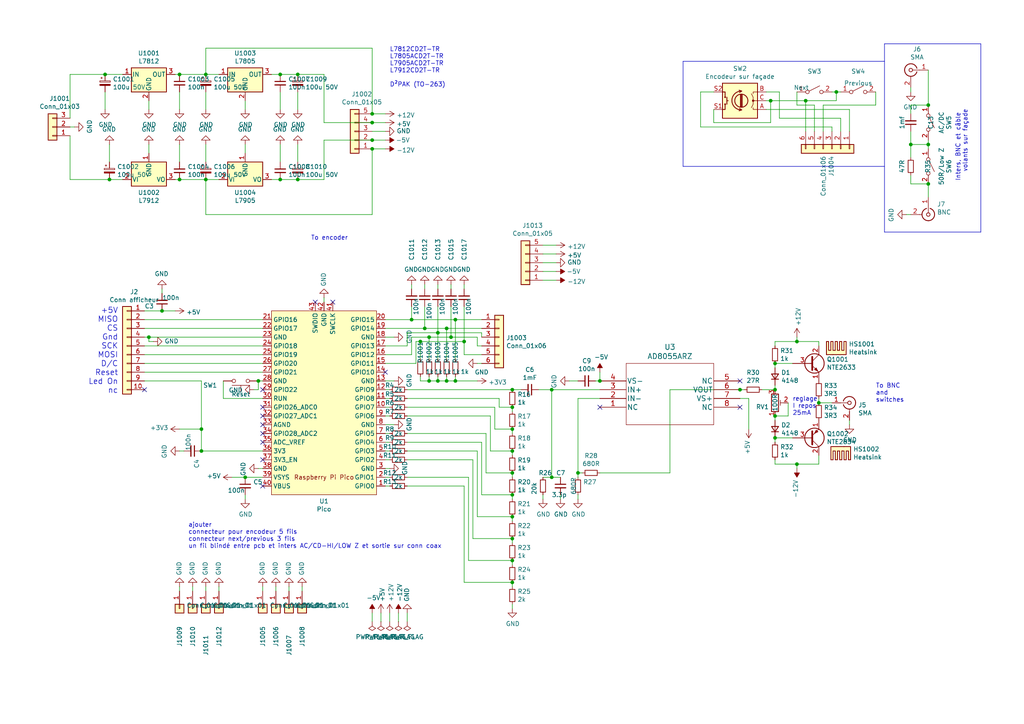
<source format=kicad_sch>
(kicad_sch (version 20230121) (generator eeschema)
  (paper "A4")
  (junction (at 107.95 35.56))
  (junction (at 130.81 97.79))
  (junction (at 52.07 21.59))
  (junction (at 81.28 52.07))
  (junction (at 59.69 52.07))
  (junction (at 52.07 52.07))
  (junction (at 134.62 99.06))
  (junction (at 81.28 21.59))
  (junction (at 214.63 113.03))
  (junction (at 231.14 134.62))
  (junction (at 224.79 120.65))
  (junction (at 237.49 116.84))
  (junction (at 31.75 52.07))
  (junction (at 148.59 113.03))
  (junction (at 74.93 110.49))
  (junction (at 86.36 21.59))
  (junction (at 148.59 156.21))
  (junction (at 224.79 113.03))
  (junction (at 123.19 95.25))
  (junction (at 148.59 143.51))
  (junction (at 58.42 130.81))
  (junction (at 119.38 92.71))
  (junction (at 107.95 33.02))
  (junction (at 269.24 30.48))
  (junction (at 160.02 113.03))
  (junction (at 107.95 40.64))
  (junction (at 124.46 97.79))
  (junction (at 167.64 137.16))
  (junction (at 242.57 26.67))
  (junction (at 224.79 105.41))
  (junction (at 148.59 137.16))
  (junction (at 148.59 162.56))
  (junction (at 127 110.49))
  (junction (at 107.95 43.18))
  (junction (at 148.59 124.46))
  (junction (at 148.59 118.11))
  (junction (at 127 96.52))
  (junction (at 231.14 99.06))
  (junction (at 160.02 138.43))
  (junction (at 129.54 110.49))
  (junction (at 129.54 95.25))
  (junction (at 132.08 110.49))
  (junction (at 124.46 110.49))
  (junction (at 223.52 29.21))
  (junction (at 58.42 124.46))
  (junction (at 132.08 92.71))
  (junction (at 30.48 21.59))
  (junction (at 148.59 168.91))
  (junction (at 148.59 130.81))
  (junction (at 173.99 110.49))
  (junction (at 59.69 21.59))
  (junction (at 86.36 52.07))
  (junction (at 264.16 41.91))
  (junction (at 43.18 97.79))
  (junction (at 121.92 99.06))
  (junction (at 46.99 90.17))
  (junction (at 269.24 41.91))
  (junction (at 71.12 138.43))
  (junction (at 233.68 29.21))
  (junction (at 148.59 149.86))
  (junction (at 269.24 53.34))
  (junction (at 224.79 127))
  (no_connect (at 76.2 140.97))
  (no_connect (at 214.63 118.11))
  (no_connect (at 76.2 125.73))
  (no_connect (at 76.2 113.03))
  (no_connect (at 76.2 118.11))
  (no_connect (at 214.63 110.49))
  (no_connect (at 76.2 128.27))
  (no_connect (at 173.99 118.11))
  (no_connect (at 91.44 87.63))
  (no_connect (at 41.91 113.03))
  (no_connect (at 111.76 107.95))
  (no_connect (at 76.2 133.35))
  (no_connect (at 96.52 87.63))
  (no_connect (at 76.2 123.19))
  (no_connect (at 76.2 120.65))
  (wire (pts (xy 111.76 102.87) (xy 119.38 102.87)))
  (wire (pts (xy 74.93 113.03) (xy 74.93 110.49)))
  (wire (pts (xy 111.76 92.71) (xy 119.38 92.71)))
  (wire (pts (xy 203.2 36.83) (xy 241.3 36.83)))
  (wire (pts (xy 118.11 115.57) (xy 144.78 115.57)))
  (wire (pts (xy 224.79 99.06) (xy 224.79 100.33)))
  (wire (pts (xy 111.76 123.19) (xy 114.3 123.19)))
  (wire (pts (xy 226.06 26.67) (xy 226.06 34.29)))
  (wire (pts (xy 139.7 143.51) (xy 148.59 143.51)))
  (wire (pts (xy 127 96.52) (xy 127 104.14)))
  (wire (pts (xy 93.98 52.07) (xy 93.98 40.64)))
  (wire (pts (xy 134.62 88.9) (xy 134.62 99.06)))
  (wire (pts (xy 132.08 92.71) (xy 139.7 92.71)))
  (wire (pts (xy 107.95 40.64) (xy 111.76 40.64)))
  (wire (pts (xy 172.72 110.49) (xy 173.99 110.49)))
  (wire (pts (xy 135.89 162.56) (xy 148.59 162.56)))
  (wire (pts (xy 167.64 115.57) (xy 167.64 137.16)))
  (wire (pts (xy 148.59 132.08) (xy 148.59 130.81)))
  (wire (pts (xy 138.43 110.49) (xy 132.08 110.49)))
  (wire (pts (xy 76.2 102.87) (xy 41.91 102.87)))
  (wire (pts (xy 83.82 170.18) (xy 83.82 171.45)))
  (wire (pts (xy 71.12 143.51) (xy 71.12 144.78)))
  (wire (pts (xy 264.16 38.1) (xy 264.16 41.91)))
  (wire (pts (xy 237.49 99.06) (xy 237.49 100.33)))
  (wire (pts (xy 110.49 177.8) (xy 110.49 180.34)))
  (wire (pts (xy 113.03 125.73) (xy 111.76 125.73)))
  (wire (pts (xy 76.2 130.81) (xy 58.42 130.81)))
  (wire (pts (xy 50.8 90.17) (xy 46.99 90.17)))
  (wire (pts (xy 264.16 30.48) (xy 264.16 33.02)))
  (wire (pts (xy 20.32 52.07) (xy 31.75 52.07)))
  (wire (pts (xy 148.59 157.48) (xy 148.59 156.21)))
  (wire (pts (xy 157.48 78.74) (xy 161.29 78.74)))
  (wire (pts (xy 43.18 99.06) (xy 43.18 97.79)))
  (wire (pts (xy 151.13 113.03) (xy 148.59 113.03)))
  (wire (pts (xy 223.52 29.21) (xy 233.68 29.21)))
  (wire (pts (xy 130.81 82.55) (xy 130.81 83.82)))
  (wire (pts (xy 138.43 97.79) (xy 138.43 100.33)))
  (wire (pts (xy 127 82.55) (xy 127 83.82)))
  (wire (pts (xy 118.11 96.52) (xy 118.11 100.33)))
  (wire (pts (xy 264.16 53.34) (xy 264.16 50.8)))
  (wire (pts (xy 231.14 134.62) (xy 231.14 135.89)))
  (wire (pts (xy 229.87 105.41) (xy 224.79 105.41)))
  (wire (pts (xy 113.03 138.43) (xy 111.76 138.43)))
  (wire (pts (xy 148.59 170.18) (xy 148.59 168.91)))
  (wire (pts (xy 118.11 113.03) (xy 148.59 113.03)))
  (wire (pts (xy 129.54 109.22) (xy 129.54 110.49)))
  (wire (pts (xy 113.03 128.27) (xy 111.76 128.27)))
  (wire (pts (xy 264.16 62.23) (xy 262.89 62.23)))
  (wire (pts (xy 129.54 110.49) (xy 132.08 110.49)))
  (wire (pts (xy 269.24 40.64) (xy 269.24 41.91)))
  (wire (pts (xy 242.57 29.21) (xy 233.68 29.21)))
  (wire (pts (xy 194.31 137.16) (xy 194.31 113.03)))
  (wire (pts (xy 111.76 115.57) (xy 113.03 115.57)))
  (wire (pts (xy 81.28 52.07) (xy 86.36 52.07)))
  (wire (pts (xy 269.24 41.91) (xy 269.24 43.18)))
  (wire (pts (xy 130.81 88.9) (xy 130.81 97.79)))
  (wire (pts (xy 115.57 177.8) (xy 115.57 180.34)))
  (wire (pts (xy 231.14 30.48) (xy 231.14 26.67)))
  (wire (pts (xy 120.65 99.06) (xy 120.65 105.41)))
  (wire (pts (xy 228.6 120.65) (xy 224.79 120.65)))
  (wire (pts (xy 264.16 41.91) (xy 264.16 45.72)))
  (wire (pts (xy 148.59 144.78) (xy 148.59 143.51)))
  (wire (pts (xy 119.38 82.55) (xy 119.38 83.82)))
  (wire (pts (xy 231.14 97.79) (xy 231.14 99.06)))
  (wire (pts (xy 121.92 99.06) (xy 120.65 99.06)))
  (wire (pts (xy 143.51 118.11) (xy 143.51 124.46)))
  (wire (pts (xy 246.38 31.75) (xy 246.38 38.1)))
  (wire (pts (xy 81.28 26.67) (xy 81.28 31.75)))
  (wire (pts (xy 124.46 110.49) (xy 127 110.49)))
  (wire (pts (xy 46.99 90.17) (xy 41.91 90.17)))
  (wire (pts (xy 134.62 140.97) (xy 134.62 168.91)))
  (wire (pts (xy 137.16 133.35) (xy 137.16 156.21)))
  (wire (pts (xy 203.2 26.67) (xy 203.2 36.83)))
  (polyline (pts (xy 284.48 12.7) (xy 256.54 12.7)))
  (wire (pts (xy 236.22 30.48) (xy 231.14 30.48)))
  (wire (pts (xy 118.11 125.73) (xy 140.97 125.73)))
  (wire (pts (xy 143.51 124.46) (xy 148.59 124.46)))
  (wire (pts (xy 41.91 97.79) (xy 43.18 97.79)))
  (wire (pts (xy 224.79 128.27) (xy 224.79 127)))
  (wire (pts (xy 173.99 115.57) (xy 167.64 115.57)))
  (wire (pts (xy 76.2 95.25) (xy 41.91 95.25)))
  (wire (pts (xy 148.59 151.13) (xy 148.59 149.86)))
  (wire (pts (xy 157.48 143.51) (xy 157.48 144.78)))
  (wire (pts (xy 140.97 137.16) (xy 148.59 137.16)))
  (wire (pts (xy 52.07 170.18) (xy 52.07 171.45)))
  (wire (pts (xy 52.07 21.59) (xy 59.69 21.59)))
  (wire (pts (xy 144.78 115.57) (xy 144.78 118.11)))
  (wire (pts (xy 121.92 110.49) (xy 124.46 110.49)))
  (wire (pts (xy 58.42 110.49) (xy 41.91 110.49)))
  (wire (pts (xy 138.43 100.33) (xy 139.7 100.33)))
  (wire (pts (xy 111.76 100.33) (xy 118.11 100.33)))
  (wire (pts (xy 226.06 34.29) (xy 243.84 34.29)))
  (wire (pts (xy 71.12 44.45) (xy 71.12 41.91)))
  (wire (pts (xy 58.42 110.49) (xy 58.42 124.46)))
  (wire (pts (xy 134.62 82.55) (xy 134.62 83.82)))
  (wire (pts (xy 134.62 99.06) (xy 121.92 99.06)))
  (wire (pts (xy 194.31 113.03) (xy 214.63 113.03)))
  (polyline (pts (xy 256.54 48.26) (xy 198.12 48.26)))
  (wire (pts (xy 160.02 138.43) (xy 160.02 113.03)))
  (wire (pts (xy 52.07 46.99) (xy 52.07 41.91)))
  (wire (pts (xy 134.62 102.87) (xy 139.7 102.87)))
  (wire (pts (xy 71.12 138.43) (xy 76.2 138.43)))
  (wire (pts (xy 233.68 29.21) (xy 233.68 38.1)))
  (wire (pts (xy 269.24 41.91) (xy 264.16 41.91)))
  (wire (pts (xy 140.97 125.73) (xy 140.97 137.16)))
  (wire (pts (xy 86.36 21.59) (xy 93.98 21.59)))
  (polyline (pts (xy 198.12 17.78) (xy 256.54 17.78)))
  (wire (pts (xy 160.02 113.03) (xy 156.21 113.03)))
  (wire (pts (xy 139.7 96.52) (xy 139.7 97.79)))
  (wire (pts (xy 21.59 36.83) (xy 20.32 36.83)))
  (wire (pts (xy 162.56 138.43) (xy 160.02 138.43)))
  (wire (pts (xy 114.3 110.49) (xy 111.76 110.49)))
  (wire (pts (xy 124.46 97.79) (xy 124.46 104.14)))
  (wire (pts (xy 53.34 130.81) (xy 52.07 130.81)))
  (wire (pts (xy 76.2 100.33) (xy 41.91 100.33)))
  (wire (pts (xy 59.69 13.97) (xy 107.95 13.97)))
  (wire (pts (xy 55.88 170.18) (xy 55.88 171.45)))
  (wire (pts (xy 157.48 81.28) (xy 161.29 81.28)))
  (wire (pts (xy 74.93 110.49) (xy 76.2 110.49)))
  (wire (pts (xy 43.18 29.21) (xy 43.18 31.75)))
  (wire (pts (xy 59.69 46.99) (xy 59.69 41.91)))
  (wire (pts (xy 127 88.9) (xy 127 96.52)))
  (wire (pts (xy 74.93 135.89) (xy 76.2 135.89)))
  (wire (pts (xy 119.38 97.79) (xy 119.38 102.87)))
  (wire (pts (xy 59.69 21.59) (xy 59.69 13.97)))
  (wire (pts (xy 20.32 39.37) (xy 20.32 52.07)))
  (wire (pts (xy 138.43 130.81) (xy 138.43 149.86)))
  (wire (pts (xy 76.2 105.41) (xy 41.91 105.41)))
  (wire (pts (xy 52.07 124.46) (xy 58.42 124.46)))
  (wire (pts (xy 31.75 52.07) (xy 35.56 52.07)))
  (wire (pts (xy 113.03 135.89) (xy 111.76 135.89)))
  (wire (pts (xy 242.57 26.67) (xy 242.57 29.21)))
  (wire (pts (xy 107.95 13.97) (xy 107.95 33.02)))
  (wire (pts (xy 118.11 120.65) (xy 142.24 120.65)))
  (wire (pts (xy 241.3 26.67) (xy 242.57 26.67)))
  (wire (pts (xy 87.63 170.18) (xy 87.63 171.45)))
  (wire (pts (xy 121.92 109.22) (xy 121.92 110.49)))
  (wire (pts (xy 167.64 143.51) (xy 167.64 144.78)))
  (wire (pts (xy 113.03 140.97) (xy 111.76 140.97)))
  (wire (pts (xy 111.76 97.79) (xy 114.3 97.79)))
  (wire (pts (xy 217.17 124.46) (xy 217.17 115.57)))
  (wire (pts (xy 269.24 30.48) (xy 269.24 20.32)))
  (wire (pts (xy 162.56 143.51) (xy 162.56 144.78)))
  (wire (pts (xy 64.77 115.57) (xy 64.77 110.49)))
  (wire (pts (xy 157.48 76.2) (xy 161.29 76.2)))
  (wire (pts (xy 269.24 30.48) (xy 264.16 30.48)))
  (wire (pts (xy 224.79 133.35) (xy 224.79 134.62)))
  (wire (pts (xy 127 110.49) (xy 129.54 110.49)))
  (wire (pts (xy 81.28 21.59) (xy 86.36 21.59)))
  (wire (pts (xy 50.8 21.59) (xy 52.07 21.59)))
  (wire (pts (xy 148.59 163.83) (xy 148.59 162.56)))
  (wire (pts (xy 59.69 26.67) (xy 59.69 31.75)))
  (wire (pts (xy 86.36 52.07) (xy 93.98 52.07)))
  (wire (pts (xy 81.28 52.07) (xy 78.74 52.07)))
  (wire (pts (xy 118.11 177.8) (xy 118.11 180.34)))
  (wire (pts (xy 223.52 29.21) (xy 222.25 29.21)))
  (wire (pts (xy 173.99 107.95) (xy 173.99 110.49)))
  (wire (pts (xy 71.12 29.21) (xy 71.12 31.75)))
  (wire (pts (xy 231.14 134.62) (xy 237.49 134.62)))
  (wire (pts (xy 127 96.52) (xy 139.7 96.52)))
  (wire (pts (xy 58.42 124.46) (xy 58.42 130.81)))
  (wire (pts (xy 124.46 97.79) (xy 119.38 97.79)))
  (wire (pts (xy 237.49 115.57) (xy 237.49 116.84)))
  (wire (pts (xy 207.01 31.75) (xy 207.01 35.56)))
  (wire (pts (xy 59.69 21.59) (xy 63.5 21.59)))
  (wire (pts (xy 127 109.22) (xy 127 110.49)))
  (wire (pts (xy 43.18 97.79) (xy 76.2 97.79)))
  (wire (pts (xy 76.2 107.95) (xy 41.91 107.95)))
  (wire (pts (xy 223.52 35.56) (xy 223.52 29.21)))
  (wire (pts (xy 93.98 40.64) (xy 107.95 40.64)))
  (wire (pts (xy 107.95 35.56) (xy 111.76 35.56)))
  (wire (pts (xy 238.76 30.48) (xy 238.76 38.1)))
  (wire (pts (xy 121.92 99.06) (xy 121.92 104.14)))
  (wire (pts (xy 30.48 26.67) (xy 30.48 31.75)))
  (wire (pts (xy 137.16 156.21) (xy 148.59 156.21)))
  (wire (pts (xy 111.76 113.03) (xy 113.03 113.03)))
  (wire (pts (xy 167.64 110.49) (xy 165.1 110.49)))
  (wire (pts (xy 86.36 41.91) (xy 86.36 46.99)))
  (wire (pts (xy 215.9 113.03) (xy 214.63 113.03)))
  (wire (pts (xy 160.02 138.43) (xy 157.48 138.43)))
  (wire (pts (xy 107.95 62.23) (xy 107.95 43.18)))
  (wire (pts (xy 107.95 177.8) (xy 107.95 180.34)))
  (wire (pts (xy 130.81 97.79) (xy 124.46 97.79)))
  (wire (pts (xy 168.91 137.16) (xy 167.64 137.16)))
  (wire (pts (xy 129.54 95.25) (xy 129.54 104.14)))
  (wire (pts (xy 243.84 34.29) (xy 243.84 38.1)))
  (wire (pts (xy 107.95 38.1) (xy 111.76 38.1)))
  (wire (pts (xy 144.78 118.11) (xy 148.59 118.11)))
  (wire (pts (xy 132.08 109.22) (xy 132.08 110.49)))
  (wire (pts (xy 74.93 113.03) (xy 73.66 113.03)))
  (wire (pts (xy 173.99 137.16) (xy 194.31 137.16)))
  (wire (pts (xy 134.62 99.06) (xy 134.62 102.87)))
  (wire (pts (xy 173.99 113.03) (xy 160.02 113.03)))
  (wire (pts (xy 52.07 26.67) (xy 52.07 31.75)))
  (wire (pts (xy 157.48 71.12) (xy 161.29 71.12)))
  (wire (pts (xy 220.98 113.03) (xy 224.79 113.03)))
  (wire (pts (xy 20.32 21.59) (xy 20.32 34.29)))
  (wire (pts (xy 254 30.48) (xy 238.76 30.48)))
  (polyline (pts (xy 198.12 48.26) (xy 198.12 17.78)))
  (wire (pts (xy 134.62 168.91) (xy 148.59 168.91)))
  (wire (pts (xy 135.89 138.43) (xy 135.89 162.56)))
  (wire (pts (xy 231.14 99.06) (xy 237.49 99.06)))
  (wire (pts (xy 132.08 92.71) (xy 132.08 104.14)))
  (wire (pts (xy 76.2 115.57) (xy 64.77 115.57)))
  (wire (pts (xy 118.11 133.35) (xy 137.16 133.35)))
  (wire (pts (xy 81.28 46.99) (xy 81.28 41.91)))
  (wire (pts (xy 59.69 170.18) (xy 59.69 171.45)))
  (wire (pts (xy 80.01 170.18) (xy 80.01 171.45)))
  (wire (pts (xy 59.69 52.07) (xy 59.69 62.23)))
  (wire (pts (xy 31.75 46.99) (xy 31.75 41.91)))
  (wire (pts (xy 93.98 87.63) (xy 93.98 86.36)))
  (wire (pts (xy 269.24 57.15) (xy 269.24 53.34)))
  (wire (pts (xy 123.19 82.55) (xy 123.19 83.82)))
  (wire (pts (xy 142.24 120.65) (xy 142.24 130.81)))
  (wire (pts (xy 241.3 36.83) (xy 241.3 38.1)))
  (wire (pts (xy 129.54 95.25) (xy 123.19 95.25)))
  (wire (pts (xy 93.98 35.56) (xy 107.95 35.56)))
  (wire (pts (xy 59.69 52.07) (xy 52.07 52.07)))
  (wire (pts (xy 207.01 35.56) (xy 223.52 35.56)))
  (wire (pts (xy 124.46 109.22) (xy 124.46 110.49)))
  (wire (pts (xy 264.16 25.4) (xy 264.16 26.67)))
  (wire (pts (xy 167.64 137.16) (xy 167.64 138.43)))
  (wire (pts (xy 111.76 118.11) (xy 113.03 118.11)))
  (wire (pts (xy 224.79 99.06) (xy 231.14 99.06)))
  (wire (pts (xy 237.49 134.62) (xy 237.49 132.08)))
  (wire (pts (xy 46.99 85.09) (xy 46.99 83.82)))
  (wire (pts (xy 86.36 26.67) (xy 86.36 31.75)))
  (wire (pts (xy 118.11 140.97) (xy 134.62 140.97)))
  (wire (pts (xy 63.5 170.18) (xy 63.5 171.45)))
  (wire (pts (xy 217.17 115.57) (xy 214.63 115.57)))
  (wire (pts (xy 67.31 138.43) (xy 71.12 138.43)))
  (wire (pts (xy 139.7 128.27) (xy 139.7 143.51)))
  (wire (pts (xy 107.95 43.18) (xy 111.76 43.18)))
  (wire (pts (xy 111.76 95.25) (xy 123.19 95.25)))
  (wire (pts (xy 203.2 26.67) (xy 207.01 26.67)))
  (wire (pts (xy 224.79 120.65) (xy 224.79 121.92)))
  (wire (pts (xy 242.57 26.67) (xy 243.84 26.67)))
  (wire (pts (xy 142.24 130.81) (xy 148.59 130.81)))
  (wire (pts (xy 148.59 138.43) (xy 148.59 137.16)))
  (wire (pts (xy 228.6 116.84) (xy 228.6 120.65)))
  (wire (pts (xy 43.18 44.45) (xy 43.18 41.91)))
  (polyline (pts (xy 284.48 67.31) (xy 284.48 12.7)))
  (wire (pts (xy 148.59 125.73) (xy 148.59 124.46)))
  (wire (pts (xy 118.11 118.11) (xy 143.51 118.11)))
  (wire (pts (xy 118.11 128.27) (xy 139.7 128.27)))
  (wire (pts (xy 229.87 127) (xy 224.79 127)))
  (wire (pts (xy 127 96.52) (xy 118.11 96.52)))
  (wire (pts (xy 246.38 121.92) (xy 246.38 123.19)))
  (polyline (pts (xy 256.54 12.7) (xy 256.54 67.31)))
  (wire (pts (xy 111.76 105.41) (xy 120.65 105.41)))
  (wire (pts (xy 254 26.67) (xy 254 30.48)))
  (wire (pts (xy 76.2 170.18) (xy 76.2 171.45)))
  (wire (pts (xy 139.7 105.41) (xy 138.43 105.41)))
  (wire (pts (xy 130.81 97.79) (xy 138.43 97.79)))
  (wire (pts (xy 129.54 95.25) (xy 139.7 95.25)))
  (wire (pts (xy 123.19 88.9) (xy 123.19 95.25)))
  (wire (pts (xy 59.69 62.23) (xy 107.95 62.23)))
  (wire (pts (xy 113.03 177.8) (xy 113.03 180.34)))
  (wire (pts (xy 113.03 133.35) (xy 111.76 133.35)))
  (wire (pts (xy 132.08 92.71) (xy 119.38 92.71)))
  (wire (pts (xy 43.18 99.06) (xy 44.45 99.06)))
  (wire (pts (xy 78.74 21.59) (xy 81.28 21.59)))
  (wire (pts (xy 224.79 113.03) (xy 224.79 111.76)))
  (wire (pts (xy 107.95 33.02) (xy 111.76 33.02)))
  (wire (pts (xy 63.5 52.07) (xy 59.69 52.07)))
  (wire (pts (xy 30.48 21.59) (xy 20.32 21.59)))
  (wire (pts (xy 93.98 21.59) (xy 93.98 35.56)))
  (wire (pts (xy 111.76 120.65) (xy 113.03 120.65)))
  (wire (pts (xy 148.59 175.26) (xy 148.59 176.53)))
  (wire (pts (xy 224.79 134.62) (xy 231.14 134.62)))
  (wire (pts (xy 118.11 130.81) (xy 138.43 130.81)))
  (wire (pts (xy 138.43 149.86) (xy 148.59 149.86)))
  (wire (pts (xy 269.24 53.34) (xy 264.16 53.34)))
  (wire (pts (xy 148.59 119.38) (xy 148.59 118.11)))
  (wire (pts (xy 113.03 130.81) (xy 111.76 130.81)))
  (wire (pts (xy 118.11 138.43) (xy 135.89 138.43)))
  (wire (pts (xy 35.56 21.59) (xy 30.48 21.59)))
  (wire (pts (xy 76.2 92.71) (xy 41.91 92.71)))
  (wire (pts (xy 52.07 52.07) (xy 50.8 52.07)))
  (wire (pts (xy 224.79 105.41) (xy 224.79 106.68)))
  (wire (pts (xy 157.48 73.66) (xy 161.29 73.66)))
  (polyline (pts (xy 256.54 67.31) (xy 284.48 67.31)))
  (wire (pts (xy 236.22 30.48) (xy 236.22 38.1)))
  (wire (pts (xy 222.25 31.75) (xy 246.38 31.75)))
  (wire (pts (xy 241.3 116.84) (xy 237.49 116.84)))
  (wire (pts (xy 222.25 26.67) (xy 226.06 26.67)))
  (wire (pts (xy 119.38 88.9) (xy 119.38 92.71)))
  (text "To BNC\nand \nswitches" (at 254 116.84 0) (effects (font (size 1.27 1.27)) (justify left bottom)))
  (text "+5V\nMISO\nCS\nGnd\nSCK\nMOSI\nD/C\nReset\nLed On\nnc" (at 34.29 114.3 0) (effects (font (size 1.6002 1.6002)) (justify right bottom)))
  (text "reglage \nI repos\n25mA" (at 229.87 120.65 0) (effects (font (size 1.27 1.27)) (justify left bottom)))
  (text "L7812CD2T-TR\nL7805ACD2T-TR\nL7905ACD2T-TR\nL7912CD2T-TR\n\nD²PAK (TO-263)\n" (at 113.03 25.4 0) (effects (font (size 1.27 1.27)) (justify left bottom)))
  (text "ajouter \nconnecteur pour encodeur 5 fils\nconnecteur next/previous 3 fils\nun fil blindé entre pcb et inters AC/CD-HI/LOW Z et sortie sur conn coax\n\n" (at 54.61 161.29 0) (effects (font (size 1.27 1.27)) (justify left bottom)))
  (text "To encoder\n" (at 90.17 69.85 0) (effects (font (size 1.27 1.27)) (justify left bottom)))
  (text "Inters, BNC et câble \nvolants sur façade\n" (at 280.67 31.75 90) (effects (font (size 1.27 1.27)) (justify right bottom)))
  (symbol (lib_id "Pi_Pico:Pico") (at 93.98 116.84 180) (unit 1)
    (property "Reference" "U1" (at 93.98 145.3642 0))
    (property "Value" "Pico" (at 93.98 147.6756 0))
    (property "Footprint" "Pi_Pico:RPi_Pico_SMD_TH" (effects hide))
  )
  (symbol (lib_id "AWG-rescue:R_POT_TRIM-Device") (at 224.79 116.84 0) (mirror x) (unit 1)
    (property "Reference" "RV1" (at 223.0374 118.0084 0) (effects (justify right)))
    (property "Value" "100R" (at 224.79 119.38 90) (effects (justify right)))
    (property "Footprint" "Potentiometer_THT:Potentiometer_Piher_PT-10-V10_Vertical_Hole" (effects hide))
  )
  (symbol (lib_id "Connector_Generic:Conn_01x10") (at 36.83 100.33 0) (mirror y) (unit 1)
    (property "Reference" "J2" (at 38.9128 84.6582 0))
    (property "Value" "Conn afficheur" (at 38.9128 86.9696 0))
    (property "Footprint" "Connector_Molex:Molex_KK-254_AE-6410-10A_1x10_P2.54mm_Vertical" (effects hide))
  )
  (symbol (lib_id "power:GND") (at 111.76 38.1 90) (unit 1)
    (property "Reference" "#PWR06" (effects hide))
    (property "Value" "GND" (at 115.0112 37.973 90) (effects (justify right)))
  )
  (symbol (lib_id "power:PWR_FLAG") (at 118.11 180.34 180) (unit 1)
    (property "Reference" "#FLG04" (effects hide))
    (property "Value" "PWR_FLAG" (at 118.11 184.7342 0))
  )
  (symbol (lib_id "power:+5V") (at 67.31 138.43 90) (unit 1)
    (property "Reference" "#PWR012" (effects hide))
    (property "Value" "+5V" (at 64.0588 138.049 90) (effects (justify left)))
  )
  (symbol (lib_id "power:+12V") (at 111.76 33.02 270) (unit 1)
    (property "Reference" "#PWR04" (effects hide))
    (property "Value" "+12V" (at 115.0112 33.401 90) (effects (justify left)))
  )
  (symbol (lib_id "power:-12V") (at 111.76 43.18 270) (unit 1)
    (property "Reference" "#PWR05" (effects hide))
    (property "Value" "-12V" (at 115.0112 43.561 90) (effects (justify left)))
  )
  (symbol (lib_id "power:GND") (at 113.03 135.89 90) (unit 1)
    (property "Reference" "#PWR017" (effects hide))
    (property "Value" "GND" (at 117.4242 135.763 0))
  )
  (symbol (lib_id "power:GND") (at 114.3 123.19 90) (unit 1)
    (property "Reference" "#PWR019" (effects hide))
    (property "Value" "GND" (at 118.6942 123.063 0))
  )
  (symbol (lib_id "power:GND") (at 114.3 110.49 90) (unit 1)
    (property "Reference" "#PWR018" (effects hide))
    (property "Value" "GND" (at 118.6942 110.363 0))
  )
  (symbol (lib_id "power:GND") (at 74.93 135.89 270) (unit 1)
    (property "Reference" "#PWR015" (effects hide))
    (property "Value" "GND" (at 70.5358 136.017 0))
  )
  (symbol (lib_id "power:GND") (at 148.59 176.53 0) (unit 1)
    (property "Reference" "#PWR021" (effects hide))
    (property "Value" "GND" (at 148.717 180.9242 0))
  )
  (symbol (lib_id "Device:R_Small") (at 115.57 113.03 90) (unit 1)
    (property "Reference" "R4" (at 113.03 111.76 90))
    (property "Value" "2k" (at 115.57 113.03 90))
    (property "Footprint" "Resistor_SMD:R_0603_1608Metric_Pad0.98x0.95mm_HandSolder" (effects hide))
  )
  (symbol (lib_id "Device:R_Small") (at 115.57 115.57 90) (unit 1)
    (property "Reference" "R5" (at 113.03 114.3 90))
    (property "Value" "2k" (at 115.57 115.57 90))
    (property "Footprint" "Resistor_SMD:R_0603_1608Metric_Pad0.98x0.95mm_HandSolder" (effects hide))
  )
  (symbol (lib_id "Device:R_Small") (at 115.57 118.11 90) (unit 1)
    (property "Reference" "R6" (at 113.03 116.84 90))
    (property "Value" "2k" (at 115.57 118.11 90))
    (property "Footprint" "Resistor_SMD:R_0603_1608Metric_Pad0.98x0.95mm_HandSolder" (effects hide))
  )
  (symbol (lib_id "Device:R_Small") (at 115.57 120.65 90) (unit 1)
    (property "Reference" "R7" (at 113.03 119.38 90))
    (property "Value" "2k" (at 115.57 120.65 90))
    (property "Footprint" "Resistor_SMD:R_0603_1608Metric_Pad0.98x0.95mm_HandSolder" (effects hide))
  )
  (symbol (lib_id "Device:R_Small") (at 115.57 125.73 90) (unit 1)
    (property "Reference" "R8" (at 113.03 124.46 90))
    (property "Value" "2k" (at 115.57 125.73 90))
    (property "Footprint" "Resistor_SMD:R_0603_1608Metric_Pad0.98x0.95mm_HandSolder" (effects hide))
  )
  (symbol (lib_id "Device:R_Small") (at 115.57 128.27 90) (unit 1)
    (property "Reference" "R9" (at 113.03 127 90))
    (property "Value" "2k" (at 115.57 128.27 90))
    (property "Footprint" "Resistor_SMD:R_0603_1608Metric_Pad0.98x0.95mm_HandSolder" (effects hide))
  )
  (symbol (lib_id "Device:R_Small") (at 115.57 130.81 90) (unit 1)
    (property "Reference" "R10" (at 113.03 129.54 90))
    (property "Value" "2k" (at 115.57 130.81 90))
    (property "Footprint" "Resistor_SMD:R_0603_1608Metric_Pad0.98x0.95mm_HandSolder" (effects hide))
  )
  (symbol (lib_id "Device:R_Small") (at 115.57 133.35 90) (unit 1)
    (property "Reference" "R11" (at 113.03 132.08 90))
    (property "Value" "2k" (at 115.57 133.35 90))
    (property "Footprint" "Resistor_SMD:R_0603_1608Metric_Pad0.98x0.95mm_HandSolder" (effects hide))
  )
  (symbol (lib_id "Connector:Conn_Coaxial") (at 269.24 62.23 270) (unit 1)
    (property "Reference" "J7" (at 271.78 59.2328 90) (effects (justify left)))
    (property "Value" "BNC" (at 271.78 61.5442 90) (effects (justify left)))
    (property "Datasheet" " ~" (effects hide))
  )
  (symbol (lib_id "Device:R_Small") (at 115.57 138.43 90) (unit 1)
    (property "Reference" "R12" (at 113.03 137.16 90))
    (property "Value" "2k" (at 115.57 138.43 90))
    (property "Footprint" "Resistor_SMD:R_0603_1608Metric_Pad0.98x0.95mm_HandSolder" (effects hide))
  )
  (symbol (lib_id "Device:R_Small") (at 115.57 140.97 90) (unit 1)
    (property "Reference" "R13" (at 113.03 139.7 90))
    (property "Value" "2k" (at 115.57 140.97 90))
    (property "Footprint" "Resistor_SMD:R_0603_1608Metric_Pad0.98x0.95mm_HandSolder" (effects hide))
  )
  (symbol (lib_id "Device:C_Small") (at 71.12 140.97 0) (unit 1)
    (property "Reference" "C5" (at 73.4568 139.8016 0) (effects (justify left)))
    (property "Value" "100n" (at 66.04 142.24 0) (effects (justify left)))
    (property "Footprint" "Capacitor_SMD:C_0805_2012Metric_Pad1.18x1.45mm_HandSolder" (effects hide))
  )
  (symbol (lib_id "power:GND") (at 71.12 144.78 0) (unit 1)
    (property "Reference" "#PWR013" (effects hide))
    (property "Value" "GND" (at 71.247 149.1742 0))
  )
  (symbol (lib_id "Switch:SW_Push") (at 69.85 110.49 180) (unit 1)
    (property "Reference" "SW1" (at 60.96 111.76 0))
    (property "Value" "Reset" (at 69.85 114.3 0))
  )
  (symbol (lib_id "Device:C_Small") (at 55.88 130.81 270) (unit 1)
    (property "Reference" "C4" (at 57.0484 133.1468 0) (effects (justify left)))
    (property "Value" "100n" (at 54.61 125.73 0) (effects (justify left)))
    (property "Footprint" "Capacitor_SMD:C_0805_2012Metric_Pad1.18x1.45mm_HandSolder" (effects hide))
  )
  (symbol (lib_id "power:GND") (at 52.07 130.81 270) (unit 1)
    (property "Reference" "#PWR011" (effects hide))
    (property "Value" "GND" (at 47.6758 130.937 0))
  )
  (symbol (lib_id "power:+5V") (at 50.8 90.17 270) (unit 1)
    (property "Reference" "#PWR09" (effects hide))
    (property "Value" "+5V" (at 54.0512 90.551 90) (effects (justify left)))
  )
  (symbol (lib_id "Device:C_Small") (at 46.99 87.63 180) (unit 1)
    (property "Reference" "C3" (at 44.6532 88.7984 0) (effects (justify left)))
    (property "Value" "100n" (at 52.07 86.36 0) (effects (justify left)))
    (property "Footprint" "Capacitor_SMD:C_0805_2012Metric_Pad1.18x1.45mm_HandSolder" (effects hide))
  )
  (symbol (lib_id "power:GND") (at 46.99 83.82 180) (unit 1)
    (property "Reference" "#PWR07" (effects hide))
    (property "Value" "GND" (at 46.863 79.4258 0))
  )
  (symbol (lib_id "Device:R_Small") (at 148.59 115.57 0) (unit 1)
    (property "Reference" "R16" (at 150.0886 114.4016 0) (effects (justify left)))
    (property "Value" "1k" (at 150.0886 116.713 0) (effects (justify left)))
    (property "Footprint" "Resistor_SMD:R_0603_1608Metric_Pad0.98x0.95mm_HandSolder" (effects hide))
  )
  (symbol (lib_id "Device:R_Small") (at 148.59 121.92 0) (unit 1)
    (property "Reference" "R17" (at 150.0886 120.7516 0) (effects (justify left)))
    (property "Value" "1k" (at 150.0886 123.063 0) (effects (justify left)))
    (property "Footprint" "Resistor_SMD:R_0603_1608Metric_Pad0.98x0.95mm_HandSolder" (effects hide))
  )
  (symbol (lib_id "Device:R_Small") (at 148.59 128.27 0) (unit 1)
    (property "Reference" "R18" (at 150.0886 127.1016 0) (effects (justify left)))
    (property "Value" "1k" (at 150.0886 129.413 0) (effects (justify left)))
    (property "Footprint" "Resistor_SMD:R_0603_1608Metric_Pad0.98x0.95mm_HandSolder" (effects hide))
  )
  (symbol (lib_id "Device:R_Small") (at 148.59 134.62 0) (unit 1)
    (property "Reference" "R19" (at 150.0886 133.4516 0) (effects (justify left)))
    (property "Value" "1k" (at 150.0886 135.763 0) (effects (justify left)))
    (property "Footprint" "Resistor_SMD:R_0603_1608Metric_Pad0.98x0.95mm_HandSolder" (effects hide))
  )
  (symbol (lib_id "Device:R_Small") (at 148.59 140.97 0) (unit 1)
    (property "Reference" "R20" (at 150.0886 139.8016 0) (effects (justify left)))
    (property "Value" "1k" (at 150.0886 142.113 0) (effects (justify left)))
    (property "Footprint" "Resistor_SMD:R_0603_1608Metric_Pad0.98x0.95mm_HandSolder" (effects hide))
  )
  (symbol (lib_id "Device:R_Small") (at 148.59 147.32 0) (unit 1)
    (property "Reference" "R21" (at 150.0886 146.1516 0) (effects (justify left)))
    (property "Value" "1k" (at 150.0886 148.463 0) (effects (justify left)))
    (property "Footprint" "Resistor_SMD:R_0603_1608Metric_Pad0.98x0.95mm_HandSolder" (effects hide))
  )
  (symbol (lib_id "Device:R_Small") (at 148.59 153.67 0) (unit 1)
    (property "Reference" "R22" (at 150.0886 152.5016 0) (effects (justify left)))
    (property "Value" "1k" (at 150.0886 154.813 0) (effects (justify left)))
    (property "Footprint" "Resistor_SMD:R_0603_1608Metric_Pad0.98x0.95mm_HandSolder" (effects hide))
  )
  (symbol (lib_id "Device:R_Small") (at 148.59 160.02 0) (unit 1)
    (property "Reference" "R23" (at 150.0886 158.8516 0) (effects (justify left)))
    (property "Value" "1k" (at 150.0886 161.163 0) (effects (justify left)))
    (property "Footprint" "Resistor_SMD:R_0603_1608Metric_Pad0.98x0.95mm_HandSolder" (effects hide))
  )
  (symbol (lib_id "Device:R_Small") (at 148.59 166.37 0) (unit 1)
    (property "Reference" "R24" (at 150.0886 165.2016 0) (effects (justify left)))
    (property "Value" "1k" (at 150.0886 167.513 0) (effects (justify left)))
    (property "Footprint" "Resistor_SMD:R_0603_1608Metric_Pad0.98x0.95mm_HandSolder" (effects hide))
  )
  (symbol (lib_id "Device:R_Small") (at 148.59 172.72 0) (unit 1)
    (property "Reference" "R25" (at 150.0886 171.5516 0) (effects (justify left)))
    (property "Value" "2k" (at 150.0886 173.863 0) (effects (justify left)))
    (property "Footprint" "Resistor_SMD:R_0603_1608Metric_Pad0.98x0.95mm_HandSolder" (effects hide))
  )
  (symbol (lib_id "power:GND") (at 246.38 123.19 0) (unit 1)
    (property "Reference" "#PWR0101" (effects hide))
    (property "Value" "GND" (at 246.507 127.5842 0))
  )
  (symbol (lib_id "Connector:Conn_Coaxial") (at 246.38 116.84 0) (unit 1)
    (property "Reference" "J5" (at 248.92 117.475 0) (effects (justify left)))
    (property "Value" "SMA" (at 248.92 119.7864 0) (effects (justify left)))
    (property "Footprint" "SMA_PINS:SMA_EDGE_NRW" (effects hide))
    (property "Datasheet" " ~" (effects hide))
  )
  (symbol (lib_id "power:GND") (at 264.16 26.67 0) (mirror y) (unit 1)
    (property "Reference" "#PWR0102" (effects hide))
    (property "Value" "GND" (at 264.033 31.0642 0))
  )
  (symbol (lib_id "Connector:Conn_Coaxial") (at 264.16 20.32 0) (mirror y) (unit 1)
    (property "Reference" "J6" (at 265.9888 14.2748 0))
    (property "Value" "SMA" (at 265.9888 16.5862 0))
    (property "Datasheet" " ~" (effects hide))
  )
  (symbol (lib_id "power:+5V") (at 161.29 73.66 270) (unit 1)
    (property "Reference" "#PWR01006" (effects hide))
    (property "Value" "+5V" (at 164.5412 74.041 90) (effects (justify left)))
  )
  (symbol (lib_id "power:-12V") (at 161.29 81.28 270) (unit 1)
    (property "Reference" "#PWR01009" (effects hide))
    (property "Value" "-12V" (at 164.5412 81.661 90) (effects (justify left)))
  )
  (symbol (lib_id "power:+12V") (at 161.29 71.12 270) (unit 1)
    (property "Reference" "#PWR01005" (effects hide))
    (property "Value" "+12V" (at 164.5412 71.501 90) (effects (justify left)))
  )
  (symbol (lib_id "power:GND") (at 161.29 76.2 90) (unit 1)
    (property "Reference" "#PWR01007" (effects hide))
    (property "Value" "GND" (at 164.5412 76.073 90) (effects (justify right)))
  )
  (symbol (lib_id "Connector_Generic:Conn_01x05") (at 152.4 76.2 180) (unit 1)
    (property "Reference" "J1013" (at 154.4828 65.405 0))
    (property "Value" "Conn_01x05" (at 154.4828 67.7164 0))
    (property "Footprint" "Connector_Molex:Molex_KK-254_AE-6410-05A_1x05_P2.54mm_Vertical" (effects hide))
  )
  (symbol (lib_id "power:-5V") (at 161.29 78.74 270) (unit 1)
    (property "Reference" "#PWR01008" (effects hide))
    (property "Value" "-5V" (at 166.37 78.74 90))
  )
  (symbol (lib_id "AWG-rescue:Rotary_Encoder_Switch-Device") (at 214.63 29.21 180) (unit 1)
    (property "Reference" "SW2" (at 214.63 19.8882 0))
    (property "Value" "Encodeur sur façade" (at 214.63 22.1996 0))
  )
  (symbol (lib_id "Switch:SW_SPST") (at 236.22 26.67 0) (unit 1)
    (property "Reference" "SW3" (at 236.22 20.701 0))
    (property "Value" "Next" (at 232.41 25.4 0))
  )
  (symbol (lib_id "Switch:SW_SPST") (at 248.92 26.67 0) (unit 1)
    (property "Reference" "SW4" (at 248.92 20.701 0))
    (property "Value" "Previous" (at 248.92 24.13 0))
  )
  (symbol (lib_id "power:+5V") (at 111.76 35.56 270) (unit 1)
    (property "Reference" "#PWR03" (effects hide))
    (property "Value" "+5V" (at 115.0112 35.941 90) (effects (justify left)))
  )
  (symbol (lib_id "power:GND") (at 118.11 177.8 180) (unit 1)
    (property "Reference" "#PWR041" (effects hide))
    (property "Value" "GND" (at 117.983 174.5488 90) (effects (justify right)))
  )
  (symbol (lib_id "power:+12V") (at 113.03 177.8 0) (unit 1)
    (property "Reference" "#PWR039" (effects hide))
    (property "Value" "+12V" (at 113.411 174.5488 90) (effects (justify left)))
  )
  (symbol (lib_id "power:-12V") (at 115.57 177.8 0) (unit 1)
    (property "Reference" "#PWR040" (effects hide))
    (property "Value" "-12V" (at 115.951 174.5488 90) (effects (justify left)))
  )
  (symbol (lib_id "power:+5V") (at 110.49 177.8 0) (unit 1)
    (property "Reference" "#PWR038" (effects hide))
    (property "Value" "+5V" (at 110.871 174.5488 90) (effects (justify left)))
  )
  (symbol (lib_id "power:PWR_FLAG") (at 115.57 180.34 180) (unit 1)
    (property "Reference" "#FLG03" (effects hide))
    (property "Value" "PWR_FLAG" (at 115.57 184.7342 0))
  )
  (symbol (lib_id "power:PWR_FLAG") (at 113.03 180.34 180) (unit 1)
    (property "Reference" "#FLG02" (effects hide))
    (property "Value" "PWR_FLAG" (at 113.03 184.7342 0))
  )
  (symbol (lib_id "power:PWR_FLAG") (at 110.49 180.34 180) (unit 1)
    (property "Reference" "#FLG01" (effects hide))
    (property "Value" "PWR_FLAG" (at 110.49 184.7342 0))
  )
  (symbol (lib_id "power:GND") (at 44.45 99.06 90) (unit 1)
    (property "Reference" "#PWR0106" (effects hide))
    (property "Value" "GND" (at 47.7012 98.933 90) (effects (justify right)))
  )
  (symbol (lib_id "power:GND") (at 73.66 113.03 270) (unit 1)
    (property "Reference" "#PWR0107" (effects hide))
    (property "Value" "GND" (at 70.4088 113.157 90) (effects (justify right)))
  )
  (symbol (lib_id "AD8055ARZ:AD8055ARZ") (at 173.99 118.11 0) (mirror x) (unit 1)
    (property "Reference" "U3" (at 194.31 100.6602 0) (effects (font (size 1.524 1.524))))
    (property "Value" "AD8055ARZ" (at 194.31 103.3526 0) (effects (font (size 1.524 1.524))))
    (property "Footprint" "Package_SO:SO-8_3.9x4.9mm_P1.27mm" (effects hide))
  )
  (symbol (lib_id "Device:C_Small") (at 153.67 113.03 270) (unit 1)
    (property "Reference" "C6" (at 153.67 107.2134 90))
    (property "Value" "1mF" (at 153.67 109.5248 90))
    (property "Footprint" "Capacitor_SMD:C_1812_4532Metric_Pad1.57x3.40mm_HandSolder" (effects hide))
  )
  (symbol (lib_id "power:GND") (at 93.98 86.36 180) (unit 1)
    (property "Reference" "#PWR0108" (effects hide))
    (property "Value" "GND" (at 93.853 83.1088 90) (effects (justify right)))
  )
  (symbol (lib_id "Device:C_Small") (at 162.56 140.97 0) (unit 1)
    (property "Reference" "C7" (at 161.29 137.16 0) (effects (justify left)))
    (property "Value" "3.3p" (at 160.02 143.51 0) (effects (justify left)))
    (property "Footprint" "Capacitor_SMD:C_0805_2012Metric_Pad1.18x1.45mm_HandSolder" (effects hide))
  )
  (symbol (lib_id "Device:R_Small") (at 157.48 140.97 0) (unit 1)
    (property "Reference" "R26" (at 156.21 137.16 0) (effects (justify left)))
    (property "Value" "20k" (at 154.94 143.51 90) (effects (justify left)))
    (property "Footprint" "Resistor_SMD:R_0603_1608Metric_Pad0.98x0.95mm_HandSolder" (effects hide))
  )
  (symbol (lib_id "power:GND") (at 162.56 144.78 0) (unit 1)
    (property "Reference" "#PWR024" (effects hide))
    (property "Value" "GND" (at 162.687 149.1742 0))
  )
  (symbol (lib_id "power:GND") (at 157.48 144.78 0) (unit 1)
    (property "Reference" "#PWR022" (effects hide))
    (property "Value" "GND" (at 157.607 149.1742 0))
  )
  (symbol (lib_id "Regulator_Linear:L7912") (at 43.18 52.07 0) (unit 1)
    (property "Reference" "U1002" (at 43.18 55.8546 0))
    (property "Value" "L7912" (at 43.18 58.166 0))
    (property "Footprint" "Package_TO_SOT_SMD:TO-252-2" (effects hide))
    (property "Datasheet" "http://www.st.com/content/ccc/resource/technical/document/datasheet/c9/16/86/41/c7/2b/45/f2/CD00000450.pdf/files/CD00000450.pdf/jcr:content/translations/en.CD00000450.pdf" (effects hide))
  )
  (symbol (lib_id "Connector_Generic:Conn_01x03") (at 15.24 36.83 180) (unit 1)
    (property "Reference" "J1001" (at 17.3228 28.575 0))
    (property "Value" "Conn_01x03" (at 17.3228 30.8864 0))
    (property "Footprint" "Connector_Molex:Molex_KK-254_AE-6410-03A_1x03_P2.54mm_Vertical" (effects hide))
  )
  (symbol (lib_id "Device:R_Small") (at 167.64 140.97 0) (unit 1)
    (property "Reference" "R27" (at 169.1386 139.8016 0) (effects (justify left)))
    (property "Value" "680R" (at 166.37 143.51 90) (effects (justify left)))
    (property "Footprint" "Resistor_SMD:R_0603_1608Metric_Pad0.98x0.95mm_HandSolder" (effects hide))
  )
  (symbol (lib_id "power:GND") (at 167.64 144.78 0) (unit 1)
    (property "Reference" "#PWR028" (effects hide))
    (property "Value" "GND" (at 167.767 149.1742 0))
  )
  (symbol (lib_id "Device:R_Small") (at 171.45 137.16 90) (unit 1)
    (property "Reference" "R28" (at 171.45 132.1816 90))
    (property "Value" "680R" (at 171.45 134.493 90))
    (property "Footprint" "Resistor_SMD:R_0603_1608Metric_Pad0.98x0.95mm_HandSolder" (effects hide))
  )
  (symbol (lib_id "Device:R_Small") (at 218.44 113.03 90) (unit 1)
    (property "Reference" "R30" (at 218.44 108.0516 90))
    (property "Value" "27R" (at 218.44 110.363 90))
    (property "Footprint" "Resistor_SMD:R_0603_1608Metric_Pad0.98x0.95mm_HandSolder" (effects hide))
  )
  (symbol (lib_id "Device:Q_NPN_ECB") (at 234.95 105.41 0) (unit 1)
    (property "Reference" "Q1001" (at 239.776 104.2416 0) (effects (justify left)))
    (property "Value" "NTE2633" (at 239.776 106.553 0) (effects (justify left)))
    (property "Footprint" "Package_TO_SOT_THT:TO-220-3_Horizontal_TabDown" (effects hide))
  )
  (symbol (lib_id "Device:Q_PNP_ECB") (at 234.95 127 0) (mirror x) (unit 1)
    (property "Reference" "Q1002" (at 239.776 125.8316 0) (effects (justify left)))
    (property "Value" "NTE2634" (at 239.776 128.143 0) (effects (justify left)))
    (property "Footprint" "Package_TO_SOT_THT:TO-220-3_Horizontal_TabDown" (effects hide))
  )
  (symbol (lib_id "Connector_Generic:Conn_01x01") (at 87.63 176.53 270) (unit 1)
    (property "Reference" "J1008" (at 87.63 181.61 0) (effects (justify left)))
    (property "Value" "Conn_01x01" (at 89.662 175.5902 90) (effects (justify left)))
    (property "Footprint" "MountingHole:MountingHole_3.2mm_M3_Pad_Via" (effects hide))
  )
  (symbol (lib_id "power:GND") (at 87.63 170.18 180) (unit 1)
    (property "Reference" "#PWR0104" (effects hide))
    (property "Value" "GND" (at 87.503 166.9288 90) (effects (justify right)))
  )
  (symbol (lib_id "Device:C_Small") (at 81.28 24.13 0) (unit 1)
    (property "Reference" "C1007" (at 83.6168 22.9616 0) (effects (justify left)))
    (property "Value" "100n" (at 83.6168 25.273 0) (effects (justify left)))
    (property "Footprint" "Capacitor_SMD:C_0805_2012Metric_Pad1.18x1.45mm_HandSolder" (effects hide))
  )
  (symbol (lib_id "Device:C_Small") (at 170.18 110.49 90) (unit 1)
    (property "Reference" "C9" (at 170.18 104.6734 90))
    (property "Value" "100n" (at 170.18 106.9848 90))
    (property "Footprint" "Capacitor_SMD:C_0805_2012Metric_Pad1.18x1.45mm_HandSolder" (effects hide))
  )
  (symbol (lib_id "Device:C_Small") (at 81.28 49.53 0) (unit 1)
    (property "Reference" "C1008" (at 83.6168 48.3616 0) (effects (justify left)))
    (property "Value" "100n" (at 83.6168 50.673 0) (effects (justify left)))
    (property "Footprint" "Capacitor_SMD:C_0805_2012Metric_Pad1.18x1.45mm_HandSolder" (effects hide))
  )
  (symbol (lib_id "Connector_Generic:Conn_01x01") (at 83.82 176.53 270) (unit 1)
    (property "Reference" "J1007" (at 83.82 184.15 0) (effects (justify left)))
    (property "Value" "Conn_01x01" (at 85.852 175.5902 90) (effects (justify left)))
    (property "Footprint" "MountingHole:MountingHole_3.2mm_M3_Pad_Via" (effects hide))
  )
  (symbol (lib_id "power:GND") (at 83.82 170.18 180) (unit 1)
    (property "Reference" "#PWR0134" (effects hide))
    (property "Value" "GND" (at 83.693 166.9288 90) (effects (justify right)))
  )
  (symbol (lib_id "power:GND") (at 165.1 110.49 270) (unit 1)
    (property "Reference" "#PWR027" (effects hide))
    (property "Value" "GND" (at 160.7058 110.617 0))
  )
  (symbol (lib_id "Connector_Generic:Conn_01x01") (at 80.01 176.53 270) (unit 1)
    (property "Reference" "J1006" (at 80.01 181.61 0) (effects (justify left)))
    (property "Value" "Conn_01x01" (at 82.042 175.5902 90) (effects (justify left)))
    (property "Footprint" "MountingHole:MountingHole_3.2mm_M3_Pad_Via" (effects hide))
  )
  (symbol (lib_id "power:GND") (at 80.01 170.18 180) (unit 1)
    (property "Reference" "#PWR0135" (effects hide))
    (property "Value" "GND" (at 79.883 166.9288 90) (effects (justify right)))
  )
  (symbol (lib_id "Connector_Generic:Conn_01x01") (at 76.2 176.53 270) (unit 1)
    (property "Reference" "J1005" (at 76.2 181.61 0) (effects (justify left)))
    (property "Value" "Conn_01x01" (at 78.232 175.5902 90) (effects (justify left)))
    (property "Footprint" "MountingHole:MountingHole_3.2mm_M3_Pad_Via" (effects hide))
  )
  (symbol (lib_id "power:GND") (at 76.2 170.18 180) (unit 1)
    (property "Reference" "#PWR0136" (effects hide))
    (property "Value" "GND" (at 76.073 166.9288 90) (effects (justify right)))
  )
  (symbol (lib_id "Device:C_Small") (at 52.07 49.53 0) (unit 1)
    (property "Reference" "C1004" (at 54.4068 48.3616 0) (effects (justify left)))
    (property "Value" "100n" (at 54.4068 50.673 0) (effects (justify left)))
    (property "Footprint" "Capacitor_SMD:C_0805_2012Metric_Pad1.18x1.45mm_HandSolder" (effects hide))
  )
  (symbol (lib_id "Device:C_Small") (at 52.07 24.13 0) (unit 1)
    (property "Reference" "C1003" (at 54.4068 22.9616 0) (effects (justify left)))
    (property "Value" "100n" (at 54.4068 25.273 0) (effects (justify left)))
    (property "Footprint" "Capacitor_SMD:C_0805_2012Metric_Pad1.18x1.45mm_HandSolder" (effects hide))
  )
  (symbol (lib_id "AWG-rescue:CP_Small-Device") (at 30.48 24.13 0) (unit 1)
    (property "Reference" "C1001" (at 32.7152 22.9616 0) (effects (justify left)))
    (property "Value" "100u 50V" (at 32.7152 25.273 0) (effects (justify left)))
    (property "Footprint" "Capacitor_THT:CP_Radial_D10.0mm_P2.50mm_P5.00mm" (effects hide))
  )
  (symbol (lib_id "AWG-rescue:CP_Small-Device") (at 59.69 24.13 0) (unit 1)
    (property "Reference" "C1005" (at 61.9252 22.9616 0) (effects (justify left)))
    (property "Value" "100u 50V" (at 61.9252 25.273 0) (effects (justify left)))
    (property "Footprint" "Capacitor_THT:CP_Radial_D10.0mm_P2.50mm_P5.00mm" (effects hide))
  )
  (symbol (lib_id "Regulator_Linear:L7905") (at 71.12 52.07 0) (unit 1)
    (property "Reference" "U1004" (at 71.12 55.8546 0))
    (property "Value" "L7905" (at 71.12 58.166 0))
    (property "Footprint" "Package_TO_SOT_SMD:TO-252-2" (effects hide))
    (property "Datasheet" "http://www.st.com/content/ccc/resource/technical/document/datasheet/c9/16/86/41/c7/2b/45/f2/CD00000450.pdf/files/CD00000450.pdf/jcr:content/translations/en.CD00000450.pdf" (effects hide))
  )
  (symbol (lib_id "Regulator_Linear:L7812") (at 43.18 21.59 0) (unit 1)
    (property "Reference" "U1001" (at 43.18 15.4432 0))
    (property "Value" "L7812" (at 43.18 17.7546 0))
    (property "Footprint" "Package_TO_SOT_SMD:TO-252-2" (effects hide))
    (property "Datasheet" "http://www.st.com/content/ccc/resource/technical/document/datasheet/41/4f/b3/b0/12/d4/47/88/CD00000444.pdf/files/CD00000444.pdf/jcr:content/translations/en.CD00000444.pdf" (effects hide))
  )
  (symbol (lib_id "Regulator_Linear:L7805") (at 71.12 21.59 0) (unit 1)
    (property "Reference" "U1003" (at 71.12 15.4432 0))
    (property "Value" "L7805" (at 71.12 17.7546 0))
    (property "Footprint" "Package_TO_SOT_SMD:TO-252-2" (effects hide))
    (property "Datasheet" "http://www.st.com/content/ccc/resource/technical/document/datasheet/41/4f/b3/b0/12/d4/47/88/CD00000444.pdf/files/CD00000444.pdf/jcr:content/translations/en.CD00000444.pdf" (effects hide))
  )
  (symbol (lib_id "AWG-rescue:CP_Small-Device") (at 31.75 49.53 0) (unit 1)
    (property "Reference" "C1002" (at 33.9852 48.3616 0) (effects (justify left)))
    (property "Value" "100u 50V" (at 33.9852 50.673 0) (effects (justify left)))
    (property "Footprint" "Capacitor_THT:CP_Radial_D10.0mm_P2.50mm_P5.00mm" (effects hide))
  )
  (symbol (lib_id "AWG-rescue:CP_Small-Device") (at 59.69 49.53 0) (unit 1)
    (property "Reference" "C1006" (at 61.9252 48.3616 0) (effects (justify left)))
    (property "Value" "100u 50V" (at 61.9252 50.673 0) (effects (justify left)))
    (property "Footprint" "Capacitor_THT:CP_Radial_D10.0mm_P2.50mm_P5.00mm" (effects hide))
  )
  (symbol (lib_id "AWG-rescue:CP_Small-Device") (at 86.36 24.13 0) (unit 1)
    (property "Reference" "C1009" (at 88.5952 22.9616 0) (effects (justify left)))
    (property "Value" "100u 50V" (at 88.5952 25.273 0) (effects (justify left)))
    (property "Footprint" "Capacitor_THT:CP_Radial_D10.0mm_P2.50mm_P5.00mm" (effects hide))
  )
  (symbol (lib_id "AWG-rescue:CP_Small-Device") (at 86.36 49.53 0) (unit 1)
    (property "Reference" "C1010" (at 88.5952 48.3616 0) (effects (justify left)))
    (property "Value" "100u 50V" (at 88.5952 50.673 0) (effects (justify left)))
    (property "Footprint" "Capacitor_THT:CP_Radial_D10.0mm_P2.50mm_P5.00mm" (effects hide))
  )
  (symbol (lib_id "Connector_Generic:Conn_01x01") (at 63.5 176.53 270) (unit 1)
    (property "Reference" "J1012" (at 63.5 181.61 0) (effects (justify left)))
    (property "Value" "Conn_01x01" (at 65.532 175.5902 90) (effects (justify left)))
    (property "Footprint" "MountingHole:MountingHole_3.2mm_M3_Pad_Via" (effects hide))
  )
  (symbol (lib_id "power:GND") (at 63.5 170.18 180) (unit 1)
    (property "Reference" "#PWR01004" (effects hide))
    (property "Value" "GND" (at 63.373 166.9288 90) (effects (justify right)))
  )
  (symbol (lib_id "Connector_Generic:Conn_01x01") (at 59.69 176.53 270) (unit 1)
    (property "Reference" "J1011" (at 59.69 184.15 0) (effects (justify left)))
    (property "Value" "Conn_01x01" (at 61.722 175.5902 90) (effects (justify left)))
    (property "Footprint" "MountingHole:MountingHole_3.2mm_M3_Pad_Via" (effects hide))
  )
  (symbol (lib_id "power:GND") (at 59.69 170.18 180) (unit 1)
    (property "Reference" "#PWR01003" (effects hide))
    (property "Value" "GND" (at 59.563 166.9288 90) (effects (justify right)))
  )
  (symbol (lib_id "Connector_Generic:Conn_01x01") (at 55.88 176.53 270) (unit 1)
    (property "Reference" "J1010" (at 55.88 181.61 0) (effects (justify left)))
    (property "Value" "Conn_01x01" (at 57.912 175.5902 90) (effects (justify left)))
    (property "Footprint" "MountingHole:MountingHole_3.2mm_M3_Pad_Via" (effects hide))
  )
  (symbol (lib_id "power:GND") (at 55.88 170.18 180) (unit 1)
    (property "Reference" "#PWR01002" (effects hide))
    (property "Value" "GND" (at 55.753 166.9288 90) (effects (justify right)))
  )
  (symbol (lib_id "Connector_Generic:Conn_01x01") (at 52.07 176.53 270) (unit 1)
    (property "Reference" "J1009" (at 52.07 181.61 0) (effects (justify left)))
    (property "Value" "Conn_01x01" (at 54.102 175.5902 90) (effects (justify left)))
    (property "Footprint" "MountingHole:MountingHole_3.2mm_M3_Pad_Via" (effects hide))
  )
  (symbol (lib_id "power:GND") (at 52.07 170.18 180) (unit 1)
    (property "Reference" "#PWR01001" (effects hide))
    (property "Value" "GND" (at 51.943 166.9288 90) (effects (justify right)))
  )
  (symbol (lib_id "power:GND") (at 21.59 36.83 90) (unit 1)
    (property "Reference" "#PWR0103" (effects hide))
    (property "Value" "GND" (at 25.9842 36.703 0))
  )
  (symbol (lib_id "Device:D_Small") (at 224.79 124.46 90) (unit 1)
    (property "Reference" "D2" (at 226.568 123.2916 90) (effects (justify right)))
    (property "Value" "4148" (at 226.568 125.603 90) (effects (justify right)))
    (property "Footprint" "Diode_SMD:D_MicroMELF_Handsoldering" (effects hide))
  )
  (symbol (lib_id "Device:D_Small") (at 224.79 109.22 90) (unit 1)
    (property "Reference" "D1" (at 226.568 108.0516 90) (effects (justify right)))
    (property "Value" "4148" (at 226.568 110.363 90) (effects (justify right)))
    (property "Footprint" "Diode_SMD:D_MicroMELF_Handsoldering" (effects hide))
  )
  (symbol (lib_id "power:GND") (at 30.48 31.75 0) (unit 1)
    (property "Reference" "#PWR0105" (effects hide))
    (property "Value" "GND" (at 30.607 36.1442 0))
  )
  (symbol (lib_id "power:GND") (at 43.18 31.75 0) (unit 1)
    (property "Reference" "#PWR0109" (effects hide))
    (property "Value" "GND" (at 43.307 36.1442 0))
  )
  (symbol (lib_id "power:GND") (at 52.07 31.75 0) (unit 1)
    (property "Reference" "#PWR0110" (effects hide))
    (property "Value" "GND" (at 52.197 36.1442 0))
  )
  (symbol (lib_id "Device:R_Small") (at 224.79 130.81 0) (unit 1)
    (property "Reference" "R32" (at 226.2886 129.6416 0) (effects (justify left)))
    (property "Value" "1k" (at 226.2886 131.953 0) (effects (justify left)))
    (property "Footprint" "Resistor_SMD:R_0603_1608Metric_Pad0.98x0.95mm_HandSolder" (effects hide))
  )
  (symbol (lib_id "power:-12V") (at 231.14 135.89 180) (unit 1)
    (property "Reference" "#PWR035" (effects hide))
    (property "Value" "-12V" (at 230.759 139.1412 90) (effects (justify left)))
  )
  (symbol (lib_id "power:GND") (at 59.69 31.75 0) (unit 1)
    (property "Reference" "#PWR0111" (effects hide))
    (property "Value" "GND" (at 59.817 36.1442 0))
  )
  (symbol (lib_id "power:GND") (at 71.12 31.75 0) (unit 1)
    (property "Reference" "#PWR0112" (effects hide))
    (property "Value" "GND" (at 71.247 36.1442 0))
  )
  (symbol (lib_id "Device:R_Small") (at 224.79 102.87 0) (unit 1)
    (property "Reference" "R31" (at 226.2886 101.7016 0) (effects (justify left)))
    (property "Value" "1k" (at 226.2886 104.013 0) (effects (justify left)))
    (property "Footprint" "Resistor_SMD:R_0603_1608Metric_Pad0.98x0.95mm_HandSolder" (effects hide))
  )
  (symbol (lib_id "power:GND") (at 81.28 31.75 0) (unit 1)
    (property "Reference" "#PWR0113" (effects hide))
    (property "Value" "GND" (at 81.407 36.1442 0))
  )
  (symbol (lib_id "power:GND") (at 86.36 31.75 0) (unit 1)
    (property "Reference" "#PWR0114" (effects hide))
    (property "Value" "GND" (at 86.487 36.1442 0))
  )
  (symbol (lib_id "Mechanical:Heatsink") (at 242.57 102.87 0) (unit 1)
    (property "Reference" "HS1001" (at 246.1768 99.7966 0) (effects (justify left)))
    (property "Value" "Heatsink" (at 246.1768 102.108 0) (effects (justify left)))
    (property "Footprint" "Heatsink:Heatsink_Aavid-TV5G_TO220_Horizontal" (effects hide))
  )
  (symbol (lib_id "Mechanical:Heatsink") (at 243.84 129.54 180) (unit 1)
    (property "Reference" "HS1002" (at 247.4722 130.2766 0) (effects (justify right)))
    (property "Value" "Heatsink" (at 247.4722 132.588 0) (effects (justify right)))
    (property "Footprint" "Heatsink:Heatsink_Aavid-TV5G_TO220_Horizontal" (effects hide))
  )
  (symbol (lib_id "power:+12V") (at 231.14 97.79 0) (unit 1)
    (property "Reference" "#PWR036" (effects hide))
    (property "Value" "+12V" (at 231.521 94.5388 90) (effects (justify left)))
  )
  (symbol (lib_id "power:GND") (at 71.12 41.91 180) (unit 1)
    (property "Reference" "#PWR0115" (effects hide))
    (property "Value" "GND" (at 70.993 37.5158 0))
  )
  (symbol (lib_id "power:GND") (at 81.28 41.91 180) (unit 1)
    (property "Reference" "#PWR0116" (effects hide))
    (property "Value" "GND" (at 81.153 37.5158 0))
  )
  (symbol (lib_id "power:GND") (at 86.36 41.91 180) (unit 1)
    (property "Reference" "#PWR0117" (effects hide))
    (property "Value" "GND" (at 86.233 37.5158 0))
  )
  (symbol (lib_id "Device:R_Small") (at 237.49 113.03 0) (unit 1)
    (property "Reference" "R33" (at 238.9886 111.8616 0) (effects (justify left)))
    (property "Value" "3R3" (at 238.9886 114.173 0) (effects (justify left)))
    (property "Footprint" "Resistor_SMD:R_0603_1608Metric_Pad0.98x0.95mm_HandSolder" (effects hide))
  )
  (symbol (lib_id "Device:R_Small") (at 237.49 119.38 0) (unit 1)
    (property "Reference" "R34" (at 238.9886 118.2116 0) (effects (justify left)))
    (property "Value" "3R3" (at 238.9886 120.523 0) (effects (justify left)))
    (property "Footprint" "Resistor_SMD:R_0603_1608Metric_Pad0.98x0.95mm_HandSolder" (effects hide))
  )
  (symbol (lib_id "power:GND") (at 59.69 41.91 180) (unit 1)
    (property "Reference" "#PWR0118" (effects hide))
    (property "Value" "GND" (at 59.563 37.5158 0))
  )
  (symbol (lib_id "power:GND") (at 52.07 41.91 180) (unit 1)
    (property "Reference" "#PWR0119" (effects hide))
    (property "Value" "GND" (at 51.943 37.5158 0))
  )
  (symbol (lib_id "power:GND") (at 43.18 41.91 180) (unit 1)
    (property "Reference" "#PWR0120" (effects hide))
    (property "Value" "GND" (at 43.053 37.5158 0))
  )
  (symbol (lib_id "Switch:SW_SPST") (at 269.24 35.56 270) (unit 1)
    (property "Reference" "SW5" (at 275.209 35.56 0))
    (property "Value" "AC/DC" (at 273.05 35.56 0))
  )
  (symbol (lib_id "Switch:SW_SPST") (at 269.24 48.26 270) (unit 1)
    (property "Reference" "SW6" (at 275.209 48.26 0))
    (property "Value" "50R/Low Z" (at 273.05 48.26 0))
  )
  (symbol (lib_id "power:GND") (at 262.89 62.23 270) (unit 1)
    (property "Reference" "#PWR042" (effects hide))
    (property "Value" "GND" (at 258.4958 62.357 0))
  )
  (symbol (lib_id "power:GND") (at 31.75 41.91 180) (unit 1)
    (property "Reference" "#PWR0121" (effects hide))
    (property "Value" "GND" (at 31.623 37.5158 0))
  )
  (symbol (lib_id "Device:C_Small") (at 264.16 35.56 180) (unit 1)
    (property "Reference" "C13" (at 269.9766 35.56 90))
    (property "Value" "1mf" (at 261.62 35.56 90))
  )
  (symbol (lib_id "Device:R_Small") (at 264.16 48.26 180) (unit 1)
    (property "Reference" "R35" (at 269.1384 48.26 90))
    (property "Value" "47R" (at 261.62 48.26 90))
  )
  (symbol (lib_id "AWG-rescue:+3.3V-power") (at 52.07 124.46 90) (unit 1)
    (property "Reference" "#PWR010" (effects hide))
    (property "Value" "+3.3V" (at 48.8188 124.079 90) (effects (justify left)))
  )
  (symbol (lib_id "power:+5V") (at 217.17 124.46 180) (unit 1)
    (property "Reference" "#PWR0122" (effects hide))
    (property "Value" "+5V" (at 216.789 127.7112 90) (effects (justify left)))
  )
  (symbol (lib_id "power:PWR_FLAG") (at 107.95 180.34 180) (unit 1)
    (property "Reference" "#FLG0101" (effects hide))
    (property "Value" "PWR_FLAG" (at 107.95 184.7342 0))
  )
  (symbol (lib_id "power:-5V") (at 107.95 177.8 0) (unit 1)
    (property "Reference" "#PWR0123" (effects hide))
    (property "Value" "-5V" (at 108.331 173.4058 0))
  )
  (symbol (lib_id "power:-5V") (at 173.99 107.95 0) (unit 1)
    (property "Reference" "#PWR0124" (effects hide))
    (property "Value" "-5V" (at 174.371 103.5558 0))
  )
  (symbol (lib_id "Connector_Generic:Conn_01x05") (at 102.87 38.1 180) (unit 1)
    (property "Reference" "J1002" (at 104.9528 27.305 0))
    (property "Value" "Conn_01x05" (at 104.9528 29.6164 0))
    (property "Footprint" "Connector_Molex:Molex_KK-254_AE-6410-05A_1x05_P2.54mm_Vertical" (effects hide))
  )
  (symbol (lib_id "power:-5V") (at 111.76 40.64 270) (unit 1)
    (property "Reference" "#PWR0125" (effects hide))
    (property "Value" "-5V" (at 116.84 40.64 90))
  )
  (symbol (lib_id "Device:R_Small") (at 121.92 106.68 0) (unit 1)
    (property "Reference" "R1001" (at 121.92 105.41 90) (effects (justify left)))
    (property "Value" "1k" (at 123.4186 107.823 0) (effects (justify left)))
    (property "Footprint" "Resistor_SMD:R_0603_1608Metric_Pad0.98x0.95mm_HandSolder" (effects hide))
  )
  (symbol (lib_id "Device:R_Small") (at 124.46 106.68 0) (unit 1)
    (property "Reference" "R1002" (at 124.46 105.41 90) (effects (justify left)))
    (property "Value" "1k" (at 125.9586 107.823 0) (effects (justify left)))
    (property "Footprint" "Resistor_SMD:R_0603_1608Metric_Pad0.98x0.95mm_HandSolder" (effects hide))
  )
  (symbol (lib_id "Device:R_Small") (at 127 106.68 0) (unit 1)
    (property "Reference" "R1003" (at 127 105.41 90) (effects (justify left)))
    (property "Value" "1k" (at 128.4986 107.823 0) (effects (justify left)))
    (property "Footprint" "Resistor_SMD:R_0603_1608Metric_Pad0.98x0.95mm_HandSolder" (effects hide))
  )
  (symbol (lib_id "Device:R_Small") (at 129.54 106.68 0) (unit 1)
    (property "Reference" "R1004" (at 129.54 105.41 90) (effects (justify left)))
    (property "Value" "1k" (at 131.0386 107.823 0) (effects (justify left)))
    (property "Footprint" "Resistor_SMD:R_0603_1608Metric_Pad0.98x0.95mm_HandSolder" (effects hide))
  )
  (symbol (lib_id "Device:R_Small") (at 132.08 106.68 0) (unit 1)
    (property "Reference" "R1005" (at 132.08 105.41 90) (effects (justify left)))
    (property "Value" "1k" (at 133.5786 107.823 0) (effects (justify left)))
    (property "Footprint" "Resistor_SMD:R_0603_1608Metric_Pad0.98x0.95mm_HandSolder" (effects hide))
  )
  (symbol (lib_id "Device:C_Small") (at 119.38 86.36 180) (unit 1)
    (property "Reference" "C1011" (at 119.38 72.39 90))
    (property "Value" "100n" (at 120.65 88.9 90))
    (property "Footprint" "Capacitor_SMD:C_0805_2012Metric_Pad1.18x1.45mm_HandSolder" (effects hide))
  )
  (symbol (lib_id "Device:C_Small") (at 123.19 86.36 180) (unit 1)
    (property "Reference" "C1012" (at 123.19 72.39 90))
    (property "Value" "100n" (at 124.46 90.17 90))
    (property "Footprint" "Capacitor_SMD:C_0805_2012Metric_Pad1.18x1.45mm_HandSolder" (effects hide))
  )
  (symbol (lib_id "Device:C_Small") (at 127 86.36 180) (unit 1)
    (property "Reference" "C1013" (at 127 72.39 90))
    (property "Value" "100n" (at 128.27 88.9 90))
    (property "Footprint" "Capacitor_SMD:C_0805_2012Metric_Pad1.18x1.45mm_HandSolder" (effects hide))
  )
  (symbol (lib_id "Device:C_Small") (at 130.81 86.36 180) (unit 1)
    (property "Reference" "C1015" (at 130.81 72.39 90))
    (property "Value" "100n" (at 132.08 88.9 90))
    (property "Footprint" "Capacitor_SMD:C_0805_2012Metric_Pad1.18x1.45mm_HandSolder" (effects hide))
  )
  (symbol (lib_id "Device:C_Small") (at 134.62 86.36 180) (unit 1)
    (property "Reference" "C1017" (at 134.62 72.39 90))
    (property "Value" "100n" (at 135.89 88.9 90))
    (property "Footprint" "Capacitor_SMD:C_0805_2012Metric_Pad1.18x1.45mm_HandSolder" (effects hide))
  )
  (symbol (lib_id "power:GND") (at 119.38 82.55 180) (unit 1)
    (property "Reference" "#PWR0126" (effects hide))
    (property "Value" "GND" (at 119.253 78.1558 0))
  )
  (symbol (lib_id "power:GND") (at 123.19 82.55 180) (unit 1)
    (property "Reference" "#PWR0127" (effects hide))
    (property "Value" "GND" (at 123.063 78.1558 0))
  )
  (symbol (lib_id "power:GND") (at 127 82.55 180) (unit 1)
    (property "Reference" "#PWR0128" (effects hide))
    (property "Value" "GND" (at 126.873 78.1558 0))
  )
  (symbol (lib_id "power:GND") (at 130.81 82.55 180) (unit 1)
    (property "Reference" "#PWR0129" (effects hide))
    (property "Value" "GND" (at 130.683 78.1558 0))
  )
  (symbol (lib_id "power:GND") (at 134.62 82.55 180) (unit 1)
    (property "Reference" "#PWR0130" (effects hide))
    (property "Value" "GND" (at 134.493 78.1558 0))
  )
  (symbol (lib_id "power:GND") (at 114.3 97.79 90) (unit 1)
    (property "Reference" "#PWR0131" (effects hide))
    (property "Value" "GND" (at 118.6942 97.663 0))
  )
  (symbol (lib_id "AWG-rescue:+3.3V-power") (at 138.43 110.49 270) (unit 1)
    (property "Reference" "#PWR0132" (effects hide))
    (property "Value" "+3.3V" (at 141.6812 110.871 90) (effects (justify left)))
  )
  (symbol (lib_id "Connector_Generic:Conn_01x06") (at 144.78 97.79 0) (unit 1)
    (property "Reference" "J1003" (at 146.812 97.9932 0) (effects (justify left)))
    (property "Value" "Conn_01x06" (at 146.812 100.3046 0) (effects (justify left)))
    (property "Footprint" "Connector_Molex:Molex_KK-254_AE-6410-06A_1x06_P2.54mm_Vertical" (effects hide))
  )
  (symbol (lib_id "power:GND") (at 138.43 105.41 270) (unit 1)
    (property "Reference" "#PWR0133" (effects hide))
    (property "Value" "GND" (at 139.7 107.95 90))
  )
  (symbol (lib_id "Connector_Generic:Conn_01x06") (at 241.3 43.18 270) (unit 1)
    (property "Reference" "J1004" (at 241.0968 45.212 0) (effects (justify left)))
    (property "Value" "Conn_01x06" (at 238.7854 45.212 0) (effects (justify left)))
  )
)
</source>
